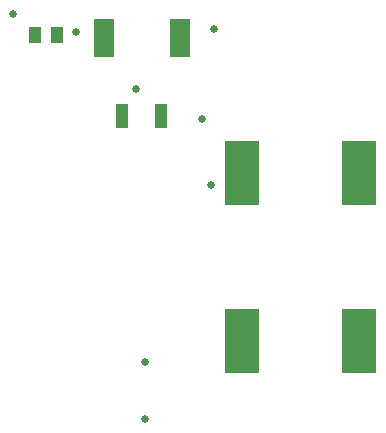
<source format=gtp>
G04*
G04 #@! TF.GenerationSoftware,Altium Limited,Altium Designer,22.3.1 (43)*
G04*
G04 Layer_Color=8421504*
%FSLAX25Y25*%
%MOIN*%
G70*
G04*
G04 #@! TF.SameCoordinates,F7C1A061-9160-4E77-96F9-A621A9ACEB86*
G04*
G04*
G04 #@! TF.FilePolarity,Positive*
G04*
G01*
G75*
%ADD15C,0.02500*%
%ADD16R,0.11417X0.21260*%
%ADD17R,0.04134X0.05709*%
%ADD18R,0.06772X0.12598*%
%ADD19R,0.04331X0.08071*%
D15*
X-85000Y24000D02*
D03*
Y5000D02*
D03*
X-62000Y135000D02*
D03*
X-66000Y105000D02*
D03*
X-88000Y115000D02*
D03*
X-108000Y134000D02*
D03*
X-129000Y140000D02*
D03*
X-63000Y83000D02*
D03*
D16*
X-13512Y31000D02*
D03*
X-52488D02*
D03*
X-13512Y87000D02*
D03*
X-52488D02*
D03*
D17*
X-114358Y133000D02*
D03*
X-121642D02*
D03*
D18*
X-98618Y132000D02*
D03*
X-73382D02*
D03*
D19*
X-92496Y106000D02*
D03*
X-79504D02*
D03*
M02*

</source>
